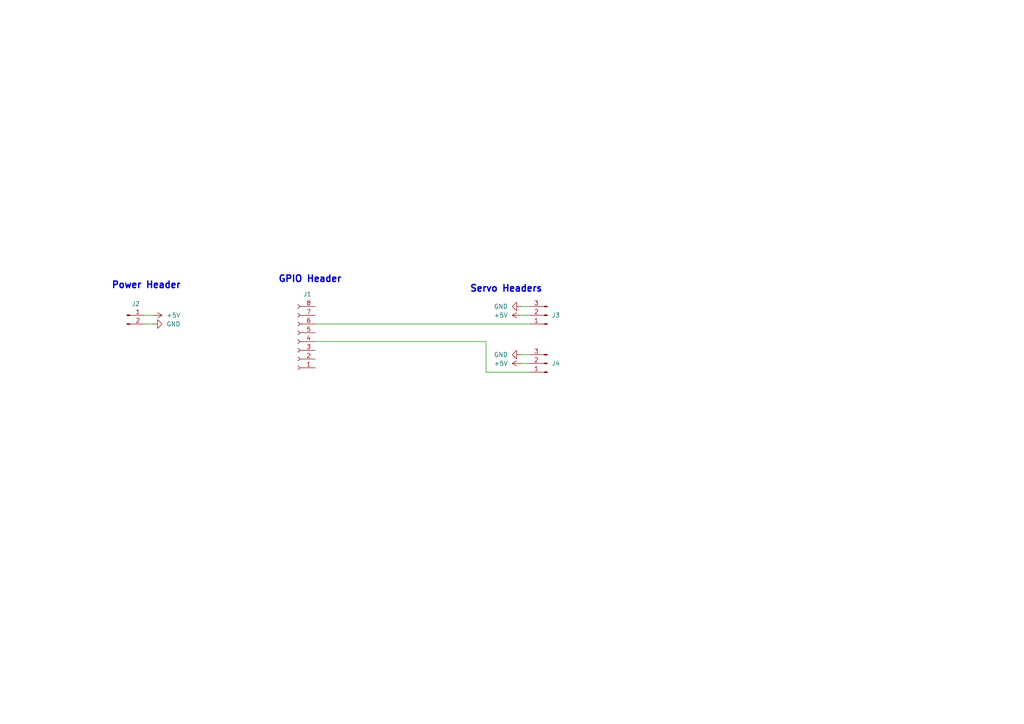
<source format=kicad_sch>
(kicad_sch (version 20250114) (generator "eeschema") (generator_version "9.0")
  (paper "A4")
  (lib_symbols
    (symbol "Connector:Conn_01x02_Pin" (pin_names (offset 1.016) (hide yes))
      (property "Reference" "J" (at 0 2.54 0))
      (property "Value" "Conn_01x02_Pin" (at 0 -5.08 0))
      (symbol "Conn_01x02_Pin_1_1"
        (rectangle (start 0.8636 0.127) (end 0 -0.127) (stroke (width 0.1524)) (fill (type outline)))
        (rectangle (start 0.8636 -2.413) (end 0 -2.667) (stroke (width 0.1524)) (fill (type outline)))
        (polyline (pts (xy 1.27 0) (xy 0.8636 0)) (stroke (width 0.1524)))
        (polyline (pts (xy 1.27 -2.54) (xy 0.8636 -2.54)) (stroke (width 0.1524)))
        (pin passive line (at 5.08 0 180) (length 3.81) (name "Pin_1") (number "1"))
        (pin passive line (at 5.08 -2.54 180) (length 3.81) (name "Pin_2") (number "2"))
      )
    )
    (symbol "Connector:Conn_01x03_Pin" (pin_names (offset 1.016) (hide yes))
      (property "Reference" "J" (at 0 5.08 0))
      (property "Value" "Conn_01x03_Pin" (at 0 -5.08 0))
      (symbol "Conn_01x03_Pin_1_1"
        (rectangle (start 0.8636 2.667) (end 0 2.413) (stroke (width 0.1524)) (fill (type outline)))
        (rectangle (start 0.8636 0.127) (end 0 -0.127) (stroke (width 0.1524)) (fill (type outline)))
        (rectangle (start 0.8636 -2.413) (end 0 -2.667) (stroke (width 0.1524)) (fill (type outline)))
        (polyline (pts (xy 1.27 2.54) (xy 0.8636 2.54)) (stroke (width 0.1524)))
        (polyline (pts (xy 1.27 0) (xy 0.8636 0)) (stroke (width 0.1524)))
        (polyline (pts (xy 1.27 -2.54) (xy 0.8636 -2.54)) (stroke (width 0.1524)))
        (pin passive line (at 5.08 2.54 180) (length 3.81) (name "Pin_1") (number "1"))
        (pin passive line (at 5.08 0 180) (length 3.81) (name "Pin_2") (number "2"))
        (pin passive line (at 5.08 -2.54 180) (length 3.81) (name "Pin_3") (number "3"))
      )
    )
    (symbol "Connector:Conn_01x08_Socket" (pin_names (offset 1.016) (hide yes))
      (property "Reference" "J" (at 0 10.16 0))
      (property "Value" "Conn_01x08_Socket" (at 0 -12.7 0))
      (symbol "Conn_01x08_Socket_1_1"
        (polyline (pts (xy -1.27 7.62) (xy -0.508 7.62)) (stroke (width 0.1524)))
        (polyline (pts (xy -1.27 5.08) (xy -0.508 5.08)) (stroke (width 0.1524)))
        (polyline (pts (xy -1.27 2.54) (xy -0.508 2.54)) (stroke (width 0.1524)))
        (polyline (pts (xy -1.27 0) (xy -0.508 0)) (stroke (width 0.1524)))
        (polyline (pts (xy -1.27 -2.54) (xy -0.508 -2.54)) (stroke (width 0.1524)))
        (polyline (pts (xy -1.27 -5.08) (xy -0.508 -5.08)) (stroke (width 0.1524)))
        (polyline (pts (xy -1.27 -7.62) (xy -0.508 -7.62)) (stroke (width 0.1524)))
        (polyline (pts (xy -1.27 -10.16) (xy -0.508 -10.16)) (stroke (width 0.1524)))
        (arc (start 0 7.112) (mid -0.5058 7.62) (end 0 8.128) (stroke (width 0.1524)))
        (arc (start 0 4.572) (mid -0.5058 5.08) (end 0 5.588) (stroke (width 0.1524)))
        (arc (start 0 2.032) (mid -0.5058 2.54) (end 0 3.048) (stroke (width 0.1524)))
        (arc (start 0 -0.508) (mid -0.5058 0) (end 0 0.508) (stroke (width 0.1524)))
        (arc (start 0 -3.048) (mid -0.5058 -2.54) (end 0 -2.032) (stroke (width 0.1524)))
        (arc (start 0 -5.588) (mid -0.5058 -5.08) (end 0 -4.572) (stroke (width 0.1524)))
        (arc (start 0 -8.128) (mid -0.5058 -7.62) (end 0 -7.112) (stroke (width 0.1524)))
        (arc (start 0 -10.668) (mid -0.5058 -10.16) (end 0 -9.652) (stroke (width 0.1524)))
        (pin passive line (at -5.08 7.62 0) (length 3.81) (name "Pin_1") (number "1"))
        (pin passive line (at -5.08 5.08 0) (length 3.81) (name "Pin_2") (number "2"))
        (pin passive line (at -5.08 2.54 0) (length 3.81) (name "Pin_3") (number "3"))
        (pin passive line (at -5.08 0 0) (length 3.81) (name "Pin_4") (number "4"))
        (pin passive line (at -5.08 -2.54 0) (length 3.81) (name "Pin_5") (number "5"))
        (pin passive line (at -5.08 -5.08 0) (length 3.81) (name "Pin_6") (number "6"))
        (pin passive line (at -5.08 -7.62 0) (length 3.81) (name "Pin_7") (number "7"))
        (pin passive line (at -5.08 -10.16 0) (length 3.81) (name "Pin_8") (number "8"))
      )
    )
    (symbol "power:+5V" (power) (pin_numbers (hide yes)) (pin_names (offset 0) (hide yes))
      (property "Value" "+5V" (at 0 3.556 0))
      (symbol "+5V_0_1"
        (polyline (pts (xy -0.762 1.27) (xy 0 2.54)))
        (polyline (pts (xy 0 2.54) (xy 0.762 1.27)))
        (polyline (pts (xy 0 0) (xy 0 2.54)))
      )
      (symbol "+5V_1_1"
        (pin power_in line (at 0 0 90) (length 0) (name "~") (number "1"))
      )
    )
    (symbol "power:GND" (power) (pin_numbers (hide yes)) (pin_names (offset 0) (hide yes))
      (property "Value" "GND" (at 0 -3.81 0))
      (symbol "GND_0_1"
        (polyline (pts (xy 0 0) (xy 0 -1.27) (xy 1.27 -1.27) (xy 0 -2.54) (xy -1.27 -1.27) (xy 0 -1.27)))
      )
      (symbol "GND_1_1"
        (pin power_in line (at 0 0 270) (length 0) (name "~") (number "1"))
      )
    )
  )
  (text "GPIO Header" (at 89.916 81.026 0) (effects (font (size 1.905 1.905) (thickness 0.381) (bold yes))))
  (text "Servo Headers" (at 146.812 83.82 0) (effects (font (size 1.905 1.905) (thickness 0.381) (bold yes))))
  (text "Power Header" (at 42.418 82.804 0) (effects (font (size 1.905 1.905) (thickness 0.381) (bold yes))))
  (wire (pts (xy 41.91 93.98) (xy 44.45 93.98)))
  (wire (pts (xy 151.13 105.41) (xy 153.67 105.41)))
  (wire (pts (xy 91.44 93.98) (xy 153.67 93.98)))
  (wire (pts (xy 151.13 91.44) (xy 153.67 91.44)))
  (wire (pts (xy 151.13 88.9) (xy 153.67 88.9)))
  (wire (pts (xy 41.91 91.44) (xy 44.45 91.44)))
  (wire (pts (xy 153.67 107.95) (xy 140.97 107.95)))
  (wire (pts (xy 151.13 102.87) (xy 153.67 102.87)))
  (wire (pts (xy 140.97 99.06) (xy 91.44 99.06)))
  (wire (pts (xy 140.97 107.95) (xy 140.97 99.06)))
  (symbol (lib_id "power:+5V") (at 151.13 105.41 90) (unit 1)
    (property "Reference" "#PWR08" (effects (hide yes)))
    (property "Value" "+5V" (at 147.32 105.4099 90) (effects (justify left)))
    (property "Description" "Power symbol creates a global label with name \"+5V\"" (effects (hide yes)))
  )
  (symbol (lib_id "Connector:Conn_01x02_Pin") (at 36.83 91.44 0) (unit 1)
    (property "Reference" "J2" (at 39.37 88.138 0))
    (property "Value" "Conn_01x02_Pin" (effects (hide yes)))
    (property "Description" "Generic connector, single row, 01x02, script generated" (effects (hide yes)))
  )
  (symbol (lib_id "power:+5V") (at 44.45 91.44 270) (unit 1)
    (property "Reference" "#PWR01" (effects (hide yes)))
    (property "Value" "+5V" (at 48.26 91.4399 90) (effects (justify left)))
    (property "Description" "Power symbol creates a global label with name \"+5V\"" (effects (hide yes)))
  )
  (symbol (lib_id "power:GND") (at 151.13 88.9 270) (unit 1)
    (property "Reference" "#PWR05" (effects (hide yes)))
    (property "Value" "GND" (at 147.32 88.8999 90) (effects (justify right)))
    (property "Description" "Power symbol creates a global label with name \"GND\" , ground" (effects (hide yes)))
  )
  (symbol (lib_id "power:+5V") (at 151.13 91.44 90) (unit 1)
    (property "Reference" "#PWR06" (effects (hide yes)))
    (property "Value" "+5V" (at 147.32 91.4399 90) (effects (justify left)))
    (property "Description" "Power symbol creates a global label with name \"+5V\"" (effects (hide yes)))
  )
  (symbol (lib_id "power:GND") (at 44.45 93.98 90) (unit 1)
    (property "Reference" "#PWR02" (effects (hide yes)))
    (property "Value" "GND" (at 48.26 93.9799 90) (effects (justify right)))
    (property "Description" "Power symbol creates a global label with name \"GND\" , ground" (effects (hide yes)))
  )
  (symbol (lib_id "Connector:Conn_01x03_Pin") (at 158.75 105.41 180) (unit 1)
    (property "Reference" "J4" (at 160.02 105.41 0) (effects (justify right)))
    (property "Value" "Conn_01x03_Pin" (effects (hide yes)))
    (property "Description" "Generic connector, single row, 01x03, script generated" (effects (hide yes)))
  )
  (symbol (lib_id "Connector:Conn_01x03_Pin") (at 158.75 91.44 180) (unit 1)
    (property "Reference" "J3" (at 160.02 91.44 0) (effects (justify right)))
    (property "Value" "Conn_01x03_Pin" (effects (hide yes)))
    (property "Description" "Generic connector, single row, 01x03, script generated" (effects (hide yes)))
  )
  (symbol (lib_id "power:GND") (at 151.13 102.87 270) (unit 1)
    (property "Reference" "#PWR07" (effects (hide yes)))
    (property "Value" "GND" (at 147.32 102.8699 90) (effects (justify right)))
    (property "Description" "Power symbol creates a global label with name \"GND\" , ground" (effects (hide yes)))
  )
  (symbol (lib_id "Connector:Conn_01x08_Socket") (at 86.36 99.06 180) (unit 1)
    (property "Reference" "J1" (at 89.154 85.344 0))
    (property "Value" "Conn_01x08_Socket" (effects (hide yes)))
    (property "Description" "Generic connector, single row, 01x08, script generated" (effects (hide yes)))
  )
)
</source>
